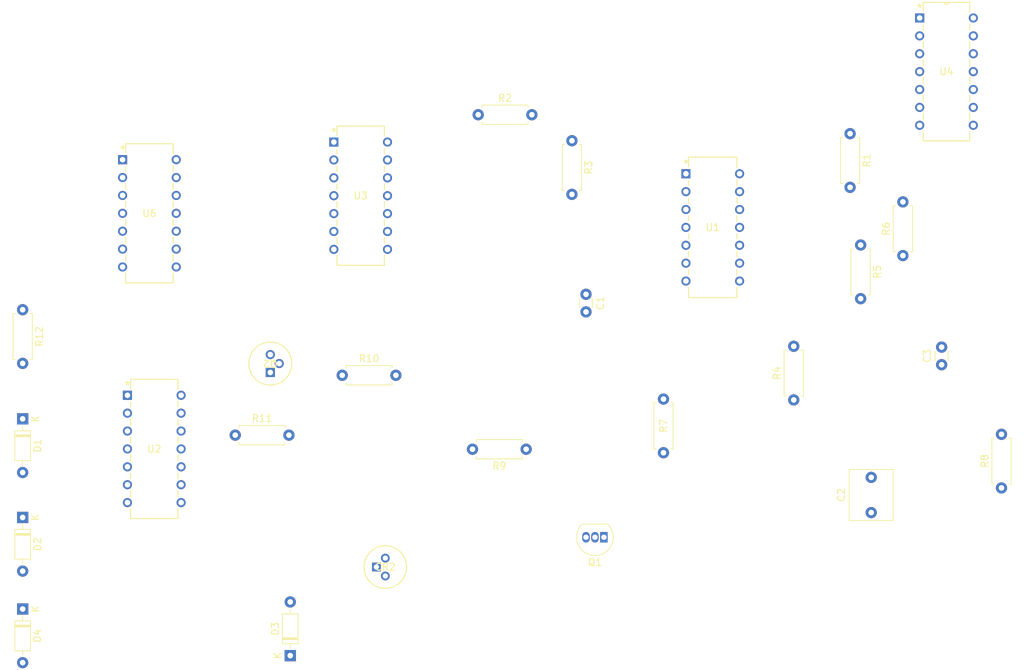
<source format=kicad_pcb>
(kicad_pcb (version 20240108) (generator "pcbnew") (generator_version "8.0")
  (layers (0 "F.Cu" signal) (31 "B.Cu" signal) (34 "B.Paste" user) (35 "F.Paste" user) (36 "B.SilkS" user "B.Silkscreen") (37 "F.SilkS" user "F.Silkscreen") (38 "B.Mask" user) (39 "F.Mask" user) (44 "Edge.Cuts" user))
  (net 0 "")
  (net 1 "Net-(D1-K)")
  (net 2 "Net-(D1-A)")
  (net 3 "+5V")
  (net 4 "Net-(D3-A)")
  (net 5 "Net-(D3-K)")
  (net 6 "Earth")
  (net 8 "Net-(Q2-C)")
  (net 9 "Net-(CR2-Pad3)")
  (net 10 "Net-(Q2-E)")
  (net 11 "Net-(U2-2Y)")
  (net 12 "Net-(U2-1Y)")
  (net 13 "AC")
  (net 14 "Net-(U2-4Y)")
  (net 15 "Net-(U3-2CP)")
  (net 16 "Net-(U2-1A)")
  (net 17 "Net-(U2-3Y)")
  (net 18 "Net-(U2-1B)")
  (net 19 "Net-(U6-1Q*)")
  (net 22 "Net-(Q1-D)")
  (net 23 "Net-(U1-1IN+)")
  (net 25 "Net-(U1-2IN+)")
  (net 26 "Net-(U1-3IN-)")
  (net 29 "Net-(U1-1OUT)")
  (net 30 "Net-(U1-1IN-)")
  (net 31 "Net-(U1-2IN-)")
  (net 32 "Net-(U3-1CP)")
  (net 33 "Net-(U3-2D)")
  (net 34 "Net-(U3-1D)")
  (net 35 "Net-(U3-1Q)")
  (net 37 "Net-(C2-Pad1)")
  (footprint "HCT74:SOT27-1_NEX" (layer "F.Cu") (at 81.38 80.34)
    (property "Reference" "U2" (at 3.81 7.62 0) (layer "F.SilkS"))
    (property "Value" "74HC00N")
    (fp_line (start 0.4445 -2.2606) (end 0.4445 -0.98044) (stroke (width 0.1524)) (layer "F.SilkS"))
    (fp_line (start 0.4445 0.98044) (end 0.4445 1.666111) (stroke (width 0.1524)) (layer "F.SilkS"))
    (fp_line (start 0.4445 3.413889) (end 0.4445 4.206111) (stroke (width 0.1524)) (layer "F.SilkS"))
    (fp_line (start 0.4445 5.953889) (end 0.4445 6.746111) (stroke (width 0.1524)) (layer "F.SilkS"))
    (fp_line (start 0.4445 8.493889) (end 0.4445 9.286111) (stroke (width 0.1524)) (layer "F.SilkS"))
    (fp_line (start 0.4445 11.033889) (end 0.4445 11.826111) (stroke (width 0.1524)) (layer "F.SilkS"))
    (fp_line (start 0.4445 13.573889) (end 0.4445 14.366111) (stroke (width 0.1524)) (layer "F.SilkS"))
    (fp_line (start 0.4445 16.113889) (end 0.4445 17.5006) (stroke (width 0.1524)) (layer "F.SilkS"))
    (fp_line (start 0.4445 17.5006) (end 7.1755 17.5006) (stroke (width 0.1524)) (layer "F.SilkS"))
    (fp_line (start 7.1755 -2.2606) (end 0.4445 -2.2606) (stroke (width 0.1524)) (layer "F.SilkS"))
    (fp_line (start 7.1755 -0.873889) (end 7.1755 -2.2606) (stroke (width 0.1524)) (layer "F.SilkS"))
    (fp_line (start 7.1755 1.666111) (end 7.1755 0.873889) (stroke (width 0.1524)) (layer "F.SilkS"))
    (fp_line (start 7.1755 4.206111) (end 7.1755 3.413889) (stroke (width 0.1524)) (layer "F.SilkS"))
    (fp_line (start 7.1755 6.746111) (end 7.1755 5.953889) (stroke (width 0.1524)) (layer "F.SilkS"))
    (fp_line (start 7.1755 9.286111) (end 7.1755 8.493889) (stroke (width 0.1524)) (layer "F.SilkS"))
    (fp_line (start 7.1755 11.826111) (end 7.1755 11.033889) (stroke (width 0.1524)) (layer "F.SilkS"))
    (fp_line (start 7.1755 14.366111) (end 7.1755 13.573889) (stroke (width 0.1524)) (layer "F.SilkS"))
    (fp_line (start 7.1755 17.5006) (end 7.1755 16.113889) (stroke (width 0.1524)) (layer "F.SilkS"))
    (fp_text user "*" (at 0 -1.4097 0) (layer "F.SilkS"))
    (fp_text user "*" (at 0 -1.4097 0) (layer "F.SilkS"))
    (pad "1" thru_hole rect (at 0 0) (size 1.2954 1.2954) (drill 0.7874) (layers "*.Cu" "*.Mask") (net 16 "Net-(U2-1A)"))
    (pad "2" thru_hole circle (at 0 2.54) (size 1.2954 1.2954) (drill 0.7874) (layers "*.Cu" "*.Mask") (net 18 "Net-(U2-1B)"))
    (pad "3" thru_hole circle (at 0 5.08) (size 1.2954 1.2954) (drill 0.7874) (layers "*.Cu" "*.Mask") (net 12 "Net-(U2-1Y)"))
    (pad "4" thru_hole circle (at 0 7.62) (size 1.2954 1.2954) (drill 0.7874) (layers "*.Cu" "*.Mask") (net 12 "Net-(U2-1Y)"))
    (pad "5" thru_hole circle (at 0 10.16) (size 1.2954 1.2954) (drill 0.7874) (layers "*.Cu" "*.Mask") (net 12 "Net-(U2-1Y)"))
    (pad "6" thru_hole circle (at 0 12.7) (size 1.2954 1.2954) (drill 0.7874) (layers "*.Cu" "*.Mask") (net 11 "Net-(U2-2Y)"))
    (pad "7" thru_hole circle (at 0 15.24) (size 1.2954 1.2954) (drill 0.7874) (layers "*.Cu" "*.Mask") (net 6 "Earth"))
    (pad "8" thru_hole circle (at 7.62 15.24) (size 1.2954 1.2954) (drill 0.7874) (layers "*.Cu" "*.Mask") (net 17 "Net-(U2-3Y)"))
    (pad "9" thru_hole circle (at 7.62 12.7) (size 1.2954 1.2954) (drill 0.7874) (layers "*.Cu" "*.Mask") (net 11 "Net-(U2-2Y)"))
    (pad "10" thru_hole circle (at 7.62 10.16) (size 1.2954 1.2954) (drill 0.7874) (layers "*.Cu" "*.Mask") (net 11 "Net-(U2-2Y)"))
    (pad "11" thru_hole circle (at 7.62 7.62) (size 1.2954 1.2954) (drill 0.7874) (layers "*.Cu" "*.Mask") (net 14 "Net-(U2-4Y)"))
    (pad "12" thru_hole circle (at 7.62 5.08) (size 1.2954 1.2954) (drill 0.7874) (layers "*.Cu" "*.Mask") (net 13 "AC"))
    (pad "13" thru_hole circle (at 7.62 2.54) (size 1.2954 1.2954) (drill 0.7874) (layers "*.Cu" "*.Mask") (net 13 "AC"))
    (pad "14" thru_hole circle (at 7.62 0) (size 1.2954 1.2954) (drill 0.7874) (layers "*.Cu" "*.Mask") (net 3 "+5V"))
  )
  (footprint "Capacitor_THT:C_Rect_L7.0mm_W6.0mm_P5.00mm" (layer "F.Cu") (at 187 97 90)
    (property "Reference" "C2" (at 2.5 -4.25 90) (layer "F.SilkS"))
    (property "Value" "470n")
    (fp_line (start 6.12 -3.12) (end 6.12 3.12) (stroke (width 0.12)) (layer "F.SilkS"))
    (fp_line (start -1.12 -3.12) (end 6.12 -3.12) (stroke (width 0.12)) (layer "F.SilkS"))
    (fp_line (start -1.12 -3.12) (end -1.12 3.12) (stroke (width 0.12)) (layer "F.SilkS"))
    (fp_line (start -1.12 3.12) (end 6.12 3.12) (stroke (width 0.12)) (layer "F.SilkS"))
    (pad "1" thru_hole circle (at 0 0 90) (size 1.6 1.6) (drill 0.8) (layers "*.Cu" "*.Mask") (net 37 "Net-(C2-Pad1)"))
    (pad "2" thru_hole circle (at 5 0 90) (size 1.6 1.6) (drill 0.8) (layers "*.Cu" "*.Mask") (net 6 "Earth"))
  )
  (footprint "Package_TO_SOT_THT:TO-92_Inline" (layer "F.Cu") (at 149.04 100.5 180)
    (property "Reference" "Q1" (at 1.27 -3.56 0) (layer "F.SilkS"))
    (property "Value" "BS170")
    (fp_line (start -0.53 1.85) (end 3.07 1.85) (stroke (width 0.12)) (layer "F.SilkS"))
    (fp_arc (start 1.27 -2.6) (mid 3.672087 -0.994977) (end 3.108478 1.838478) (stroke (width 0.12)) (layer "F.SilkS"))
    (fp_arc (start -0.568478 1.838478) (mid -1.132087 -0.994977) (end 1.27 -2.6) (stroke (width 0.12)) (layer "F.SilkS"))
    (pad "1" thru_hole rect (at 0 0 180) (size 1.05 1.5) (drill 0.75) (layers "*.Cu" "*.Mask") (net 22 "Net-(Q1-D)"))
    (pad "2" thru_hole oval (at 1.27 0 180) (size 1.05 1.5) (drill 0.75) (layers "*.Cu" "*.Mask"))
    (pad "3" thru_hole oval (at 2.54 0 180) (size 1.05 1.5) (drill 0.75) (layers "*.Cu" "*.Mask") (net 6 "Earth"))
  )
  (footprint "Diode_THT:D_DO-35_SOD27_P7.62mm_Horizontal" (layer "F.Cu") (at 66.5 110.69 -90)
    (property "Reference" "D4" (at 3.81 -2.12 90) (layer "F.SilkS"))
    (property "Value" "1N4148")
    (fp_line (start 1.69 1.12) (end 5.93 1.12) (stroke (width 0.12)) (layer "F.SilkS"))
    (fp_line (start 5.93 1.12) (end 5.93 -1.12) (stroke (width 0.12)) (layer "F.SilkS"))
    (fp_line (start 1.04 0) (end 1.69 0) (stroke (width 0.12)) (layer "F.SilkS"))
    (fp_line (start 6.58 0) (end 5.93 0) (stroke (width 0.12)) (layer "F.SilkS"))
    (fp_line (start 1.69 -1.12) (end 1.69 1.12) (stroke (width 0.12)) (layer "F.SilkS"))
    (fp_line (start 2.29 -1.12) (end 2.29 1.12) (stroke (width 0.12)) (layer "F.SilkS"))
    (fp_line (start 2.41 -1.12) (end 2.41 1.12) (stroke (width 0.12)) (layer "F.SilkS"))
    (fp_line (start 2.53 -1.12) (end 2.53 1.12) (stroke (width 0.12)) (layer "F.SilkS"))
    (fp_line (start 5.93 -1.12) (end 1.69 -1.12) (stroke (width 0.12)) (layer "F.SilkS"))
    (fp_text user "K" (at 0 -1.8 90) (layer "F.SilkS"))
    (pad "1" thru_hole rect (at 0 0 270) (size 1.6 1.6) (drill 0.8) (layers "*.Cu" "*.Mask") (net 6 "Earth"))
    (pad "2" thru_hole oval (at 7.62 0 270) (size 1.6 1.6) (drill 0.8) (layers "*.Cu" "*.Mask") (net 5 "Net-(D3-K)"))
  )
  (footprint "Resistor_THT:R_Axial_DIN0207_L6.3mm_D2.5mm_P7.62mm_Horizontal" (layer "F.Cu") (at 176 81 90)
    (property "Reference" "R4" (at 3.81 -2.37 90) (layer "F.SilkS"))
    (property "Value" "56k")
    (fp_line (start 7.08 -1.37) (end 7.08 -1.04) (stroke (width 0.12)) (layer "F.SilkS"))
    (fp_line (start 0.54 -1.37) (end 7.08 -1.37) (stroke (width 0.12)) (layer "F.SilkS"))
    (fp_line (start 0.54 -1.04) (end 0.54 -1.37) (stroke (width 0.12)) (layer "F.SilkS"))
    (fp_line (start 0.54 1.04) (end 0.54 1.37) (stroke (width 0.12)) (layer "F.SilkS"))
    (fp_line (start 7.08 1.37) (end 7.08 1.04) (stroke (width 0.12)) (layer "F.SilkS"))
    (fp_line (start 0.54 1.37) (end 7.08 1.37) (stroke (width 0.12)) (layer "F.SilkS"))
    (pad "1" thru_hole circle (at 0 0 90) (size 1.6 1.6) (drill 0.8) (layers "*.Cu" "*.Mask") (net 31 "Net-(U1-2IN-)"))
    (pad "2" thru_hole oval (at 7.62 0 90) (size 1.6 1.6) (drill 0.8) (layers "*.Cu" "*.Mask") (net 26 "Net-(U1-3IN-)"))
  )
  (footprint "Resistor_THT:R_Axial_DIN0207_L6.3mm_D2.5mm_P7.62mm_Horizontal" (layer "F.Cu") (at 66.5 68.19 -90)
    (property "Reference" "R12" (at 3.81 -2.37 90) (layer "F.SilkS"))
    (property "Value" "47k")
    (fp_line (start 0.54 1.37) (end 7.08 1.37) (stroke (width 0.12)) (layer "F.SilkS"))
    (fp_line (start 7.08 1.37) (end 7.08 1.04) (stroke (width 0.12)) (layer "F.SilkS"))
    (fp_line (start 0.54 1.04) (end 0.54 1.37) (stroke (width 0.12)) (layer "F.SilkS"))
    (fp_line (start 0.54 -1.04) (end 0.54 -1.37) (stroke (width 0.12)) (layer "F.SilkS"))
    (fp_line (start 0.54 -1.37) (end 7.08 -1.37) (stroke (width 0.12)) (layer "F.SilkS"))
    (fp_line (start 7.08 -1.37) (end 7.08 -1.04) (stroke (width 0.12)) (layer "F.SilkS"))
    (pad "1" thru_hole circle (at 0 0 270) (size 1.6 1.6) (drill 0.8) (layers "*.Cu" "*.Mask") (net 19 "Net-(U6-1Q*)"))
    (pad "2" thru_hole oval (at 7.62 0 270) (size 1.6 1.6) (drill 0.8) (layers "*.Cu" "*.Mask") (net 1 "Net-(D1-K)"))
  )
  (footprint "Diode_THT:D_DO-35_SOD27_P7.62mm_Horizontal" (layer "F.Cu") (at 66.5 83.69 -90)
    (property "Reference" "D1" (at 3.81 -2.12 90) (layer "F.SilkS"))
    (property "Value" "1N4148")
    (fp_line (start 1.69 1.12) (end 5.93 1.12) (stroke (width 0.12)) (layer "F.SilkS"))
    (fp_line (start 5.93 1.12) (end 5.93 -1.12) (stroke (width 0.12)) (layer "F.SilkS"))
    (fp_line (start 1.04 0) (end 1.69 0) (stroke (width 0.12)) (layer "F.SilkS"))
    (fp_line (start 6.58 0) (end 5.93 0) (stroke (width 0.12)) (layer "F.SilkS"))
    (fp_line (start 1.69 -1.12) (end 1.69 1.12) (stroke (width 0.12)) (layer "F.SilkS"))
    (fp_line (start 2.29 -1.12) (end 2.29 1.12) (stroke (width 0.12)) (layer "F.SilkS"))
    (fp_line (start 2.41 -1.12) (end 2.41 1.12) (stroke (width 0.12)) (layer "F.SilkS"))
    (fp_line (start 2.53 -1.12) (end 2.53 1.12) (stroke (width 0.12)) (layer "F.SilkS"))
    (fp_line (start 5.93 -1.12) (end 1.69 -1.12) (stroke (width 0.12)) (layer "F.SilkS"))
    (fp_text user "K" (at 0 -1.8 90) (layer "F.SilkS"))
    (pad "1" thru_hole rect (at 0 0 270) (size 1.6 1.6) (drill 0.8) (layers "*.Cu" "*.Mask") (net 1 "Net-(D1-K)"))
    (pad "2" thru_hole oval (at 7.62 0 270) (size 1.6 1.6) (drill 0.8) (layers "*.Cu" "*.Mask") (net 2 "Net-(D1-A)"))
  )
  (footprint "Resistor_THT:R_Axial_DIN0207_L6.3mm_D2.5mm_P7.62mm_Horizontal" (layer "F.Cu") (at 138 88 180)
    (property "Reference" "R9" (at 3.81 -2.37 0) (layer "F.SilkS"))
    (property "Value" "33k")
    (fp_line (start 7.08 1.37) (end 7.08 1.04) (stroke (width 0.12)) (layer "F.SilkS"))
    (fp_line (start 7.08 -1.37) (end 7.08 -1.04) (stroke (width 0.12)) (layer "F.SilkS"))
    (fp_line (start 0.54 1.37) (end 7.08 1.37) (stroke (width 0.12)) (layer "F.SilkS"))
    (fp_line (start 0.54 1.04) (end 0.54 1.37) (stroke (width 0.12)) (layer "F.SilkS"))
    (fp_line (start 0.54 -1.04) (end 0.54 -1.37) (stroke (width 0.12)) (layer "F.SilkS"))
    (fp_line (start 0.54 -1.37) (end 7.08 -1.37) (stroke (width 0.12)) (layer "F.SilkS"))
    (pad "1" thru_hole circle (at 0 0 180) (size 1.6 1.6) (drill 0.8) (layers "*.Cu" "*.Mask") (net 6 "Earth"))
    (pad "2" thru_hole oval (at 7.62 0 180) (size 1.6 1.6) (drill 0.8) (layers "*.Cu" "*.Mask") (net 9 "Net-(CR2-Pad3)"))
  )
  (footprint "Resistor_THT:R_Axial_DIN0207_L6.3mm_D2.5mm_P7.62mm_Horizontal" (layer "F.Cu") (at 111.88 77.5)
    (property "Reference" "R10" (at 3.81 -2.37 0) (layer "F.SilkS"))
    (property "Value" "33k")
    (fp_line (start 0.54 -1.37) (end 7.08 -1.37) (stroke (width 0.12)) (layer "F.SilkS"))
    (fp_line (start 0.54 -1.04) (end 0.54 -1.37) (stroke (width 0.12)) (layer "F.SilkS"))
    (fp_line (start 0.54 1.04) (end 0.54 1.37) (stroke (width 0.12)) (layer "F.SilkS"))
    (fp_line (start 0.54 1.37) (end 7.08 1.37) (stroke (width 0.12)) (layer "F.SilkS"))
    (fp_line (start 7.08 -1.37) (end 7.08 -1.04) (stroke (width 0.12)) (layer "F.SilkS"))
    (fp_line (start 7.08 1.37) (end 7.08 1.04) (stroke (width 0.12)) (layer "F.SilkS"))
    (pad "1" thru_hole circle (at 0 0) (size 1.6 1.6) (drill 0.8) (layers "*.Cu" "*.Mask") (net 10 "Net-(Q2-E)"))
    (pad "2" thru_hole oval (at 7.62 0) (size 1.6 1.6) (drill 0.8) (layers "*.Cu" "*.Mask") (net 3 "+5V"))
  )
  (footprint "Resistor_THT:R_Axial_DIN0207_L6.3mm_D2.5mm_P7.62mm_Horizontal" (layer "F.Cu") (at 131.19 40.5)
    (property "Reference" "R2" (at 3.81 -2.37 0) (layer "F.SilkS"))
    (property "Value" "100k")
    (fp_line (start 0.54 -1.37) (end 7.08 -1.37) (stroke (width 0.12)) (layer "F.SilkS"))
    (fp_line (start 0.54 -1.04) (end 0.54 -1.37) (stroke (width 0.12)) (layer "F.SilkS"))
    (fp_line (start 0.54 1.04) (end 0.54 1.37) (stroke (width 0.12)) (layer "F.SilkS"))
    (fp_line (start 0.54 1.37) (end 7.08 1.37) (stroke (width 0.12)) (layer "F.SilkS"))
    (fp_line (start 7.08 -1.37) (end 7.08 -1.04) (stroke (width 0.12)) (layer "F.SilkS"))
    (fp_line (start 7.08 1.37) (end 7.08 1.04) (stroke (width 0.12)) (layer "F.SilkS"))
    (pad "1" thru_hole circle (at 0 0) (size 1.6 1.6) (drill 0.8) (layers "*.Cu" "*.Mask") (net 3 "+5V"))
    (pad "2" thru_hole oval (at 7.62 0) (size 1.6 1.6) (drill 0.8) (layers "*.Cu" "*.Mask") (net 23 "Net-(U1-1IN+)"))
  )
  (footprint "PNP 2N2907:TO-18TO-206AA_MCH" (layer "F.Cu") (at 101.668382 77.101618 180)
    (property "Reference" "Q2" (at 0 1.27 180) (layer "F.SilkS"))
    (property "Value" "JANTX2N2907A")
    (fp_circle (center 0 1.27) (end 3.048 1.27) (stroke (width 0.1524)) (fill none) (layer "F.SilkS"))
    (pad "1" thru_hole rect (at 0 0 180) (size 1.2954 1.2954) (drill 0.7874) (layers "*.Cu" "*.Mask") (net 10 "Net-(Q2-E)"))
    (pad "2" thru_hole circle (at -1.27 1.27 180) (size 1.2954 1.2954) (drill 0.7874) (layers "*.Cu" "*.Mask") (net 1 "Net-(D1-K)"))
    (pad "3" thru_hole circle (at 0 2.54 180) (size 1.2954 1.2954) (drill 0.7874) (layers "*.Cu" "*.Mask") (net 8 "Net-(Q2-C)"))
  )
  (footprint "Diode_THT:D_DO-35_SOD27_P7.62mm_Horizontal" (layer "F.Cu") (at 104.5 117.31 90)
    (property "Reference" "D3" (at 3.81 -2.12 90) (layer "F.SilkS"))
    (property "Value" "1N4148")
    (fp_line (start 5.93 -1.12) (end 1.69 -1.12) (stroke (width 0.12)) (layer "F.SilkS"))
    (fp_line (start 2.53 -1.12) (end 2.53 1.12) (stroke (width 0.12)) (layer "F.SilkS"))
    (fp_line (start 2.41 -1.12) (end 2.41 1.12) (stroke (width 0.12)) (layer "F.SilkS"))
    (fp_line (start 2.29 -1.12) (end 2.29 1.12) (stroke (width 0.12)) (layer "F.SilkS"))
    (fp_line (start 1.69 -1.12) (end 1.69 1.12) (stroke (width 0.12)) (layer "F.SilkS"))
    (fp_line (start 6.58 0) (end 5.93 0) (stroke (width 0.12)) (layer "F.SilkS"))
    (fp_line (start 1.04 0) (end 1.69 0) (stroke (width 0.12)) (layer "F.SilkS"))
    (fp_line (start 5.93 1.12) (end 5.93 -1.12) (stroke (width 0.12)) (layer "F.SilkS"))
    (fp_line (start 1.69 1.12) (end 5.93 1.12) (stroke (width 0.12)) (layer "F.SilkS"))
    (fp_text user "K" (at 0 -1.8 90) (layer "F.SilkS"))
    (pad "1" thru_hole rect (at 0 0 90) (size 1.6 1.6) (drill 0.8) (layers "*.Cu" "*.Mask") (net 5 "Net-(D3-K)"))
    (pad "2" thru_hole oval (at 7.62 0 90) (size 1.6 1.6) (drill 0.8) (layers "*.Cu" "*.Mask") (net 4 "Net-(D3-A)"))
  )
  (footprint "Resistor_THT:R_Axial_DIN0207_L6.3mm_D2.5mm_P7.62mm_Horizontal" (layer "F.Cu") (at 185.5 59 -90)
    (property "Reference" "R5" (at 3.81 -2.37 90) (layer "F.SilkS"))
    (property "Value" "27k")
    (fp_line (start 0.54 1.37) (end 7.08 1.37) (stroke (width 0.12)) (layer "F.SilkS"))
    (fp_line (start 7.08 1.37) (end 7.08 1.04) (stroke (width 0.12)) (layer "F.SilkS"))
    (fp_line (start 0.54 1.04) (end 0.54 1.37) (stroke (width 0.12)) (layer "F.SilkS"))
    (fp_line (start 0.54 -1.04) (end 0.54 -1.37) (stroke (width 0.12)) (layer "F.SilkS"))
    (fp_line (start 0.54 -1.37) (end 7.08 -1.37) (stroke (width 0.12)) (layer "F.SilkS"))
    (fp_line (start 7.08 -1.37) (end 7.08 -1.04) (stroke (width 0.12)) (layer "F.SilkS"))
    (pad "1" thru_hole circle (at 0 0 270) (size 1.6 1.6) (drill 0.8) (layers "*.Cu" "*.Mask") (net 25 "Net-(U1-2IN+)"))
    (pad "2" thru_hole oval (at 7.62 0 270) (size 1.6 1.6) (drill 0.8) (layers "*.Cu" "*.Mask") (net 26 "Net-(U1-3IN-)"))
  )
  (footprint "Resistor_THT:R_Axial_DIN0207_L6.3mm_D2.5mm_P7.62mm_Horizontal" (layer "F.Cu") (at 205.5 93.5 90)
    (property "Reference" "R8" (at 3.81 -2.37 90) (layer "F.SilkS"))
    (property "Value" "33k")
    (fp_line (start 7.08 -1.37) (end 7.08 -1.04) (stroke (width 0.12)) (layer "F.SilkS"))
    (fp_line (start 0.54 -1.37) (end 7.08 -1.37) (stroke (width 0.12)) (layer "F.SilkS"))
    (fp_line (start 0.54 -1.04) (end 0.54 -1.37) (stroke (width 0.12)) (layer "F.SilkS"))
    (fp_line (start 0.54 1.04) (end 0.54 1.37) (stroke (width 0.12)) (layer "F.SilkS"))
    (fp_line (start 7.08 1.37) (end 7.08 1.04) (stroke (width 0.12)) (layer "F.SilkS"))
    (fp_line (start 0.54 1.37) (end 7.08 1.37) (stroke (width 0.12)) (layer "F.SilkS"))
    (pad "1" thru_hole circle (at 0 0 90) (size 1.6 1.6) (drill 0.8) (layers "*.Cu" "*.Mask") (net 37 "Net-(C2-Pad1)"))
    (pad "2" thru_hole oval (at 7.62 0 90) (size 1.6 1.6) (drill 0.8) (layers "*.Cu" "*.Mask") (net 8 "Net-(Q2-C)"))
  )
  (footprint "Resistor_THT:R_Axial_DIN0207_L6.3mm_D2.5mm_P7.62mm_Horizontal" (layer "F.Cu") (at 144.5 44.19 -90)
    (property "Reference" "R3" (at 3.81 -2.37 90) (layer "F.SilkS"))
    (property "Value" "100k")
    (fp_line (start 0.54 1.37) (end 7.08 1.37) (stroke (width 0.12)) (layer "F.SilkS"))
    (fp_line (start 7.08 1.37) (end 7.08 1.04) (stroke (width 0.12)) (layer "F.SilkS"))
    (fp_line (start 0.54 1.04) (end 0.54 1.37) (stroke (width 0.12)) (layer "F.SilkS"))
    (fp_line (start 0.54 -1.04) (end 0.54 -1.37) (stroke (width 0.12)) (layer "F.SilkS"))
    (fp_line (start 0.54 -1.37) (end 7.08 -1.37) (stroke (width 0.12)) (layer "F.SilkS"))
    (fp_line (start 7.08 -1.37) (end 7.08 -1.04) (stroke (width 0.12)) (layer "F.SilkS"))
    (pad "1" thru_hole circle (at 0 0 270) (size 1.6 1.6) (drill 0.8) (layers "*.Cu" "*.Mask") (net 29 "Net-(U1-1OUT)"))
    (pad "2" thru_hole oval (at 7.62 0 270) (size 1.6 1.6) (drill 0.8) (layers "*.Cu" "*.Mask") (net 23 "Net-(U1-1IN+)"))
  )
  (footprint "Diode_THT:D_DO-35_SOD27_P7.62mm_Horizontal" (layer "F.Cu") (at 66.5 97.69 -90)
    (property "Reference" "D2" (at 3.81 -2.12 90) (layer "F.SilkS"))
    (property "Value" "1N4148")
    (fp_line (start 1.69 1.12) (end 5.93 1.12) (stroke (width 0.12)) (layer "F.SilkS"))
    (fp_line (start 5.93 1.12) (end 5.93 -1.12) (stroke (width 0.12)) (layer "F.SilkS"))
    (fp_line (start 1.04 0) (end 1.69 0) (stroke (width 0.12)) (layer "F.SilkS"))
    (fp_line (start 6.58 0) (end 5.93 0) (stroke (width 0.12)) (layer "F.SilkS"))
    (fp_line (start 1.69 -1.12) (end 1.69 1.12) (stroke (width 0.12)) (layer "F.SilkS"))
    (fp_line (start 2.29 -1.12) (end 2.29 1.12) (stroke (width 0.12)) (layer "F.SilkS"))
    (fp_line (start 2.41 -1.12) (end 2.41 1.12) (stroke (width 0.12)) (layer "F.SilkS"))
    (fp_line (start 2.53 -1.12) (end 2.53 1.12) (stroke (width 0.12)) (layer "F.SilkS"))
    (fp_line (start 5.93 -1.12) (end 1.69 -1.12) (stroke (width 0.12)) (layer "F.SilkS"))
    (fp_text user "K" (at 0 -1.8 90) (layer "F.SilkS"))
    (pad "1" thru_hole rect (at 0 0 270) (size 1.6 1.6) (drill 0.8) (layers "*.Cu" "*.Mask") (net 2 "Net-(D1-A)"))
    (pad "2" thru_hole oval (at 7.62 0 270) (size 1.6 1.6) (drill 0.8) (layers "*.Cu" "*.Mask") (net 3 "+5V"))
  )
  (footprint "LM324:N14" (layer "F.Cu") (at 160.69 48.88)
    (property "Reference" "U1" (at 3.81 7.62 0) (layer "F.SilkS"))
    (property "Value" "LM324AN")
    (fp_line (start 0.381 -2.3495) (end 0.381 -0.98044) (stroke (width 0.1524)) (layer "F.SilkS"))
    (fp_line (start 0.381 0.98044) (end 0.381 1.636617) (stroke (width 0.1524)) (layer "F.SilkS"))
    (fp_line (start 0.381 3.443383) (end 0.381 4.176617) (stroke (width 0.1524)) (layer "F.SilkS"))
    (fp_line (start 0.381 5.983383) (end 0.381 6.716617) (stroke (width 0.1524)) (layer "F.SilkS"))
    (fp_line (start 0.381 8.523383) (end 0.381 9.256617) (stroke (width 0.1524)) (layer "F.SilkS"))
    (fp_line (start 0.381 11.063383) (end 0.381 11.796617) (stroke (width 0.1524)) (layer "F.SilkS"))
    (fp_line (start 0.381 13.603383) (end 0.381 14.336617) (stroke (width 0.1524)) (layer "F.SilkS"))
    (fp_line (start 0.381 16.143383) (end 0.381 17.5895) (stroke (width 0.1524)) (layer "F.SilkS"))
    (fp_line (start 0.381 17.5895) (end 7.239 17.5895) (stroke (width 0.1524)) (layer "F.SilkS"))
    (fp_line (start 7.239 -2.3495) (end 0.381 -2.3495) (stroke (width 0.1524)) (layer "F.SilkS"))
    (fp_line (start 7.239 -0.903383) (end 7.239 -2.3495) (stroke (width 0.1524)) (layer "F.SilkS"))
    (fp_line (start 7.239 1.636617) (end 7.239 0.903383) (stroke (width 0.1524)) (layer "F.SilkS"))
    (fp_line (start 7.239 4.176617) (end 7.239 3.443383) (stroke (width 0.1524)) (layer "F.SilkS"))
    (fp_line (start 7.239 6.716617) (end 7.239 5.983383) (stroke (width 0.1524)) (layer "F.SilkS"))
    (fp_line (start 7.239 9.256617) (end 7.239 8.523383) (stroke (width 0.1524)) (layer "F.SilkS"))
    (fp_line (start 7.239 11.796617) (end 7.239 11.063383) (stroke (width 0.1524)) (layer "F.SilkS"))
    (fp_line (start 7.239 14.336617) (end 7.239 13.603383) (stroke (width 0.1524)) (layer "F.SilkS"))
    (fp_line (start 7.239 17.5895) (end 7.239 16.143383) (stroke (width 0.1524)) (layer "F.SilkS"))
    (fp_text user "*" (at 0 -1.4097 0) (layer "F.SilkS"))
    (fp_text user "*" (at 0 -1.4097 0) (layer "F.SilkS"))
    (pad "1" thru_hole rect (at 0 0) (size 1.2954 1.2954) (drill 0.7874) (layers "*.Cu" "*.Mask") (net 29 "Net-(U1-1OUT)"))
    (pad "2" thru_hole circle (at 0 2.54) (size 1.2954 1.2954) (drill 0.7874) (layers "*.Cu" "*.Mask") (net 30 "Net-(U1-1IN-)"))
    (pad "3" thru_hole circle (at 0 5.08) (size 1.2954 1.2954) (drill 0.7874) (layers "*.Cu" "*.Mask") (net 23 "Net-(U1-1IN+)"))
    (pad "4" thru_hole circle (at 0 7.62) (size 1.2954 1.2954) (drill 0.7874) (layers "*.Cu" "*.Mask") (net 3 "+5V"))
    (pad "5" thru_hole circle (at 0 10.16) (size 1.2954 1.2954) (drill 0.7874) (layers "*.Cu" "*.Mask") (net 25 "Net-(U1-2IN+)"))
    (pad "6" thru_hole circle (at 0 12.7) (size 1.2954 1.2954) (drill 0.7874) (layers "*.Cu" "*.Mask") (net 31 "Net-(U1-2IN-)"))
    (pad "7" thru_hole circle (at 0 15.24) (size 1.2954 1.2954) (drill 0.7874) (layers "*.Cu" "*.Mask") (net 30 "Net-(U1-1IN-)"))
    (pad "8" thru_hole circle (at 7.62 15.24) (size 1.2954 1.2954) (drill 0.7874) (layers "*.Cu" "*.Mask") (net 26 "Net-(U1-3IN-)"))
    (pad "9" thru_hole circle (at 7.62 12.7) (size 1.2954 1.2954) (drill 0.7874) (layers "*.Cu" "*.Mask") (net 26 "Net-(U1-3IN-)"))
    (pad "10" thru_hole circle (at 7.62 10.16) (size 1.2954 1.2954) (drill 0.7874) (layers "*.Cu" "*.Mask") (net 8 "Net-(Q2-C)"))
    (pad "11" thru_hole circle (at 7.62 7.62) (size 1.2954 1.2954) (drill 0.7874) (layers "*.Cu" "*.Mask") (net 6 "Earth"))
    (pad "12" thru_hole circle (at 7.62 5.08) (size 1.2954 1.2954) (drill 0.7874) (layers "*.Cu" "*.Mask"))
    (pad "13" thru_hole circle (at 7.62 2.54) (size 1.2954 1.2954) (drill 0.7874) (layers "*.Cu" "*.Mask"))
    (pad "14" thru_hole circle (at 7.62 0) (size 1.2954 1.2954) (drill 0.7874) (layers "*.Cu" "*.Mask"))
  )
  (footprint "Resistor_THT:R_Axial_DIN0207_L6.3mm_D2.5mm_P7.62mm_Horizontal" (layer "F.Cu") (at 96.69 86)
    (property "Reference" "R11" (at 3.81 -2.37 0) (layer "F.SilkS"))
    (property "Value" "47k")
    (fp_line (start 0.54 -1.37) (end 7.08 -1.37) (stroke (width 0.12)) (layer "F.SilkS"))
    (fp_line (start 0.54 -1.04) (end 0.54 -1.37) (stroke (width 0.12)) (layer "F.SilkS"))
    (fp_line (start 0.54 1.04) (end 0.54 1.37) (stroke (width 0.12)) (layer "F.SilkS"))
    (fp_line (start 0.54 1.37) (end 7.08 1.37) (stroke (width 0.12)) (layer "F.SilkS"))
    (fp_line (start 7.08 -1.37) (end 7.08 -1.04) (stroke (width 0.12)) (layer "F.SilkS"))
    (fp_line (start 7.08 1.37) (end 7.08 1.04) (stroke (width 0.12)) (layer "F.SilkS"))
    (pad "1" thru_hole circle (at 0 0) (size 1.6 1.6) (drill 0.8) (layers "*.Cu" "*.Mask") (net 18 "Net-(U2-1B)"))
    (pad "2" thru_hole oval (at 7.62 0) (size 1.6 1.6) (drill 0.8) (layers "*.Cu" "*.Mask") (net 4 "Net-(D3-A)"))
  )
  (footprint "NPN 2N2222:TO-18_STM" (layer "F.Cu") (at 116.73 104.73)
    (property "Reference" "CR2" (at 1.27 0 0) (layer "F.SilkS"))
    (property "Value" "2N2222A")
    (fp_circle (center 1.27 0) (end 4.2926 0) (stroke (width 0.1524)) (fill none) (layer "F.SilkS"))
    (pad "1" thru_hole rect (at 0 0) (size 1.2446 1.2446) (drill 0.7366) (layers "*.Cu" "*.Mask") (net 4 "Net-(D3-A)"))
    (pad "2" thru_hole circle (at 1.27 1.27) (size 1.2446 1.2446) (drill 0.7366) (layers "*.Cu" "*.Mask") (net 8 "Net-(Q2-C)"))
    (pad "3" thru_hole circle (at 1.27 -1.27) (size 1.2446 1.2446) (drill 0.7366) (layers "*.Cu" "*.Mask") (net 9 "Net-(CR2-Pad3)"))
  )
  (footprint "HCT74:SOT27-1_NEX" (layer "F.Cu") (at 80.69 46.88)
    (property "Reference" "U6" (at 3.81 7.62 0) (layer "F.SilkS"))
    (property "Value" "74HCT74N")
    (fp_line (start 0.4445 -2.2606) (end 0.4445 -0.98044) (stroke (width 0.1524)) (layer "F.SilkS"))
    (fp_line (start 0.4445 0.98044) (end 0.4445 1.666111) (stroke (width 0.1524)) (layer "F.SilkS"))
    (fp_line (start 0.4445 3.413889) (end 0.4445 4.206111) (stroke (width 0.1524)) (layer "F.SilkS"))
    (fp_line (start 0.4445 5.953889) (end 0.4445 6.746111) (stroke (width 0.1524)) (layer "F.SilkS"))
    (fp_line (start 0.4445 8.493889) (end 0.4445 9.286111) (stroke (width 0.1524)) (layer "F.SilkS"))
    (fp_line (start 0.4445 11.033889) (end 0.4445 11.826111) (stroke (width 0.1524)) (layer "F.SilkS"))
    (fp_line (start 0.4445 13.573889) (end 0.4445 14.366111) (stroke (width 0.1524)) (layer "F.SilkS"))
    (fp_line (start 0.4445 16.113889) (end 0.4445 17.5006) (stroke (width 0.1524)) (layer "F.SilkS"))
    (fp_line (start 0.4445 17.5006) (end 7.1755 17.5006) (stroke (width 0.1524)) (layer "F.SilkS"))
    (fp_line (start 7.1755 -2.2606) (end 0.4445 -2.2606) (stroke (width 0.1524)) (layer "F.SilkS"))
    (fp_line (start 7.1755 -0.873889) (end 7.1755 -2.2606) (stroke (width 0.1524)) (layer "F.SilkS"))
    (fp_line (start 7.1755 1.666111) (end 7.1755 0.873889) (stroke (width 0.1524)) (layer "F.SilkS"))
    (fp_line (start 7.1755 4.206111) (end 7.1755 3.413889) (stroke (width 0.1524)) (layer "F.SilkS"))
    (fp_line (start 7.1755 6.746111) (end 7.1755 5.953889) (stroke (width 0.1524)) (layer "F.SilkS"))
    (fp_line (start 7.1755 9.286111) (end 7.1755 8.493889) (stroke (width 0.1524)) (layer "F.SilkS"))
    (fp_line (start 7.1755 11.826111) (end 7.1755 11.033889) (stroke (width 0.1524)) (layer "F.SilkS"))
    (fp_line (start 7.1755 14.366111) (end 7.1755 13.573889) (stroke (width 0.1524)) (layer "F.SilkS"))
    (fp_line (start 7.1755 17.5006) (end 7.1755 16.113889) (stroke (width 0.1524)) (layer "F.SilkS"))
    (fp_text user "*" (at 0 -1.4097 0) (layer "F.SilkS"))
    (fp_text user "*" (at 0 -1.4097 0) (layer "F.SilkS"))
    (pad "1" thru_hole rect (at 0 0) (size 1.2954 1.2954) (drill 0.7874) (layers "*.Cu" "*.Mask") (net 17 "Net-(U2-3Y)"))
    (pad "2" thru_hole circle (at 0 2.54) (size 1.2954 1.2954) (drill 0.7874) (layers "*.Cu" "*.Mask") (net 3 "+5V"))
    (pad "3" thru_hole circle (at 0 5.08) (size 1.2954 1.2954) (drill 0.7874) (layers "*.Cu" "*.Mask") (net 14 "Net-(U2-4Y)"))
    (pad "4" thru_hole circle (at 0 7.62) (size 1.2954 1.2954) (drill 0.7874) (layers "*.Cu" "*.Mask") (net 3 "+5V"))
    (pad "5" thru_hole circle (at 0 10.16) (size 1.2954 1.2954) (drill 0.7874) (layers "*.Cu" "*.Mask") (net 16 "Net-(U2-1A)"))
    (pad "6" thru_hole circle (at 0 12.7) (size 1.2954 1.2954) (drill 0.7874) (layers "*.Cu" "*.Mask") (net 19 "Net-(U6-1Q*)"))
    (pad "7" thru_hole circle (at 0 15.24) (size 1.2954 1.2954) (drill 0.7874) (layers "*.Cu" "*.Mask") (net 6 "Earth"))
    (pad "8" thru_hole circle (at 7.62 15.24) (size 1.2954 1.2954) (drill 0.7874) (layers "*.Cu" "*.Mask"))
    (pad "9" thru_hole circle (at 7.62 12.7) (size 1.2954 1.2954) (drill 0.7874) (layers "*.Cu" "*.Mask") (net 18 "Net-(U2-1B)"))
    (pad "10" thru_hole circle (at 7.62 10.16) (size 1.2954 1.2954) (drill 0.7874) (layers "*.Cu" "*.Mask") (net 3 "+5V"))
    (pad "11" thru_hole circle (at 7.62 7.62) (size 1.2954 1.2954) (drill 0.7874) (layers "*.Cu" "*.Mask") (net 35 "Net-(U3-1Q)"))
    (pad "12" thru_hole circle (at 7.62 5.08) (size 1.2954 1.2954) (drill 0.7874) (layers "*.Cu" "*.Mask") (net 3 "+5V"))
    (pad "13" thru_hole circle (at 7.62 2.54) (size 1.2954 1.2954) (drill 0.7874) (layers "*.Cu" "*.Mask") (net 17 "Net-(U2-3Y)"))
    (pad "14" thru_hole circle (at 7.62 0) (size 1.2954 1.2954) (drill 0.7874) (layers "*.Cu" "*.Mask") (net 3 "+5V"))
  )
  (footprint "Capacitor_THT:C_Disc_D3.0mm_W1.6mm_P2.50mm" (layer "F.Cu") (at 146.5 66 -90)
    (property "Reference" "C1" (at 1.25 -2.05 90) (layer "F.SilkS"))
    (property "Value" "1n")
    (fp_line (start 0.621 0.92) (end 1.879 0.92) (stroke (width 0.12)) (layer "F.SilkS"))
    (fp_line (start 0.621 -0.92) (end 1.879 -0.92) (stroke (width 0.12)) (layer "F.SilkS"))
    (pad "1" thru_hole circle (at 0 0 270) (size 1.6 1.6) (drill 0.8) (layers "*.Cu" "*.Mask") (net 31 "Net-(U1-2IN-)"))
    (pad "2" thru_hole circle (at 2.5 0 270) (size 1.6 1.6) (drill 0.8) (layers "*.Cu" "*.Mask") (net 30 "Net-(U1-1IN-)"))
  )
  (footprint "Resistor_THT:R_Axial_DIN0207_L6.3mm_D2.5mm_P7.62mm_Horizontal" (layer "F.Cu") (at 157.5 80.88 -90)
    (property "Reference" "R7" (at 3.81 0 90) (layer "F.SilkS"))
    (property "Value" "27k")
    (fp_line (start 0.54 1.37) (end 7.08 1.37) (stroke (width 0.12)) (layer "F.SilkS"))
    (fp_line (start 7.08 1.37) (end 7.08 1.04) (stroke (width 0.12)) (layer "F.SilkS"))
    (fp_line (start 0.54 1.04) (end 0.54 1.37) (stroke (width 0.12)) (layer "F.SilkS"))
    (fp_line (start 0.54 -1.04) (end 0.54 -1.37) (stroke (width 0.12)) (layer "F.SilkS"))
    (fp_line (start 0.54 -1.37) (end 7.08 -1.37) (stroke (width 0.12)) (layer "F.SilkS"))
    (fp_line (start 7.08 -1.37) (end 7.08 -1.04) (stroke (width 0.12)) (layer "F.SilkS"))
    (pad "1" thru_hole circle (at 0 0 270) (size 1.6 1.6) (drill 0.8) (layers "*.Cu" "*.Mask") (net 31 "Net-(U1-2IN-)"))
    (pad "2" thru_hole oval (at 7.62 0 270) (size 1.6 1.6) (drill 0.8) (layers "*.Cu" "*.Mask") (net 22 "Net-(Q1-D)"))
  )
  (footprint "Resistor_THT:R_Axial_DIN0207_L6.3mm_D2.5mm_P7.62mm_Horizontal" (layer "F.Cu") (at 184 43.19 -90)
    (property "Reference" "R1" (at 3.81 -2.37 90) (layer "F.SilkS"))
    (property "Value" "100k")
    (fp_line (start 0.54 1.37) (end 7.08 1.37) (stroke (width 0.12)) (layer "F.SilkS"))
    (fp_line (start 7.08 1.37) (end 7.08 1.04) (stroke (width 0.12)) (layer "F.SilkS"))
    (fp_line (start 0.54 1.04) (end 0.54 1.37) (stroke (width 0.12)) (layer "F.SilkS"))
    (fp_line (start 0.54 -1.04) (end 0.54 -1.37) (stroke (width 0.12)) (layer "F.SilkS"))
    (fp_line (start 0.54 -1.37) (end 7.08 -1.37) (stroke (width 0.12)) (layer "F.SilkS"))
    (fp_line (start 7.08 -1.37) (end 7.08 -1.04) (stroke (width 0.12)) (layer "F.SilkS"))
    (pad "1" thru_hole circle (at 0 0 270) (size 1.6 1.6) (drill 0.8) (layers "*.Cu" "*.Mask") (net 23 "Net-(U1-1IN+)"))
    (pad "2" thru_hole oval (at 7.62 0 270) (size 1.6 1.6) (drill 0.8) (layers "*.Cu" "*.Mask") (net 6 "Earth"))
  )
  (footprint "74HC14:N14" (layer "F.Cu") (at 201.5 42)
    (property "Reference" "U4" (at -3.81 -7.62 0) (layer "F.SilkS"))
    (property "Value" "SN74HC14N")
    (fp_line (start -7.112 -17.4625) (end -7.112 -16.22044) (stroke (width 0.1524)) (layer "F.SilkS"))
    (fp_line (start -7.112 -14.25956) (end -7.112 -13.538569) (stroke (width 0.1524)) (layer "F.SilkS"))
    (fp_line (start -7.112 -11.861431) (end -7.112 -10.998569) (stroke (width 0.1524)) (layer "F.SilkS"))
    (fp_line (start -7.112 -9.321431) (end -7.112 -8.458569) (stroke (width 0.1524)) (layer "F.SilkS"))
    (fp_line (start -7.112 -6.781431) (end -7.112 -5.918569) (stroke (width 0.1524)) (layer "F.SilkS"))
    (fp_line (start -7.112 -4.241431) (end -7.112 -3.378569) (stroke (width 0.1524)) (layer "F.SilkS"))
    (fp_line (start -7.112 -1.701431) (end -7.112 -0.838569) (stroke (width 0.1524)) (layer "F.SilkS"))
    (fp_line (start -7.112 0.838569) (end -7.112 2.2225) (stroke (width 0.1524)) (layer "F.SilkS"))
    (fp_line (start -7.112 2.2225) (end -0.508 2.2225) (stroke (width 0.1524)) (layer "F.SilkS"))
    (fp_line (start -0.508 -17.4625) (end -7.112 -17.4625) (stroke (width 0.1524)) (layer "F.SilkS"))
    (fp_line (start -0.508 -16.078569) (end -0.508 -17.4625) (stroke (width 0.1524)) (layer "F.SilkS"))
    (fp_line (start -0.508 -13.538569) (end -0.508 -14.401431) (stroke (width 0.1524)) (layer "F.SilkS"))
    (fp_line (start -0.508 -10.998569) (end -0.508 -11.861431) (stroke (width 0.1524)) (layer "F.SilkS"))
    (fp_line (start -0.508 -8.458569) (end -0.508 -9.321431) (stroke (width 0.1524)) (layer "F.SilkS"))
    (fp_line (start -0.508 -5.918569) (end -0.508 -6.781431) (stroke (width 0.1524)) (layer "F.SilkS"))
    (fp_line (start -0.508 -3.378569) (end -0.508 -4.241431) (stroke (width 0.1524)) (layer "F.SilkS"))
    (fp_line (start -0.508 -0.838569) (end -0.508 -1.701431) (stroke (width 0.1524)) (layer "F.SilkS"))
    (fp_line (start -0.508 2.2225) (end -0.508 0.838569) (stroke (width 0.1524)) (layer "F.SilkS"))
    (fp_arc (start -3.5052 -17.4625) (mid -3.81 -17.1577) (end -4.1148 -17.4625) (stroke (width 0.1524)) (layer "F.SilkS"))
    (fp_text user "*" (at -7.62 -16.6497 0) (layer "F.SilkS"))
    (fp_text user "*" (at -7.62 -16.6497 0) (layer "F.SilkS"))
    (pad "1" thru_hole rect (at -7.62 -15.24) (size 1.2954 1.2954) (drill 0.7874) (layers "*.Cu" "*.Mask") (net 29 "Net-(U1-1OUT)"))
    (pad "2" thru_hole circle (at -7.62 -12.7) (size 1.2954 1.2954) (drill 0.7874) (layers "*.Cu" "*.Mask") (net 15 "Net-(U3-2CP)"))
    (pad "3" thru_hole circle (at -7.62 -10.16) (size 1.2954 1.2954) (drill 0.7874) (layers "*.Cu" "*.Mask"))
    (pad "4" thru_hole circle (at -7.62 -7.62) (size 1.2954 1.2954) (drill 0.7874) (layers "*.Cu" "*.Mask"))
    (pad "5" thru_hole circle (at -7.62 -5.08) (size 1.2954 1.2954) (drill 0.7874) (layers "*.Cu" "*.Mask"))
    (pad "6" thru_hole circle (at -7.62 -2.54) (size 1.2954 1.2954) (drill 0.7874) (layers "*.Cu" "*.Mask"))
    (pad "7" thru_hole circle (at -7.62 0) (size 1.2954 1.2954) (drill 0.7874) (layers "*.Cu" "*.Mask") (net 6 "Earth"))
    (pad "8" thru_hole circle (at 0 0) (size 1.2954 1.2954) (drill 0.7874) (layers "*.Cu" "*.Mask"))
    (pad "9" thru_hole circle (at 0 -2.54) (size 1.2954 1.2954) (drill 0.7874) (layers "*.Cu" "*.Mask"))
    (pad "10" thru_hole circle (at 0 -5.08) (size 1.2954 1.2954) (drill 0.7874) (layers "*.Cu" "*.Mask"))
    (pad "11" thru_hole circle (at 0 -7.62) (size 1.2954 1.2954) (drill 0.7874) (layers "*.Cu" "*.Mask"))
    (pad "12" thru_hole circle (at 0 -10.16) (size 1.2954 1.2954) (drill 0.7874) (layers "*.Cu" "*.Mask"))
    (pad "13" thru_hole circle (at 0 -12.7) (size 1.2954 1.2954) (drill 0.7874) (layers "*.Cu" "*.Mask"))
    (pad "14" thru_hole circle (at 0 -15.24) (size 1.2954 1.2954) (drill 0.7874) (layers "*.Cu" "*.Mask") (net 3 "+5V"))
  )
  (footprint "HCT74:SOT27-1_NEX" (layer "F.Cu") (at 110.69 44.38)
    (property "Reference" "U3" (at 3.81 7.62 0) (layer "F.SilkS"))
    (property "Value" "74HCT74N")
    (fp_line (start 0.4445 -2.2606) (end 0.4445 -0.98044) (stroke (width 0.1524)) (layer "F.SilkS"))
    (fp_line (start 0.4445 0.98044) (end 0.4445 1.666111) (stroke (width 0.1524)) (layer "F.SilkS"))
    (fp_line (start 0.4445 3.413889) (end 0.4445 4.206111) (stroke (width 0.1524)) (layer "F.SilkS"))
    (fp_line (start 0.4445 5.953889) (end 0.4445 6.746111) (stroke (width 0.1524)) (layer "F.SilkS"))
    (fp_line (start 0.4445 8.493889) (end 0.4445 9.286111) (stroke (width 0.1524)) (layer "F.SilkS"))
    (fp_line (start 0.4445 11.033889) (end 0.4445 11.826111) (stroke (width 0.1524)) (layer "F.SilkS"))
    (fp_line (start 0.4445 13.573889) (end 0.4445 14.366111) (stroke (width 0.1524)) (layer "F.SilkS"))
    (fp_line (start 0.4445 16.113889) (end 0.4445 17.5006) (stroke (width 0.1524)) (layer "F.SilkS"))
    (fp_line (start 0.4445 17.5006) (end 7.1755 17.5006) (stroke (width 0.1524)) (layer "F.SilkS"))
    (fp_line (start 7.1755 -2.2606) (end 0.4445 -2.2606) (stroke (width 0.1524)) (layer "F.SilkS"))
    (fp_line (start 7.1755 -0.873889) (end 7.1755 -2.2606) (stroke (width 0.1524)) (layer "F.SilkS"))
    (fp_line (start 7.1755 1.666111) (end 7.1755 0.873889) (stroke (width 0.1524)) (layer "F.SilkS"))
    (fp_line (start 7.1755 4.206111) (end 7.1755 3.413889) (stroke (width 0.1524)) (layer "F.SilkS"))
    (fp_line (start 7.1755 6.746111) (end 7.1755 5.953889) (stroke (width 0.1524)) (layer "F.SilkS"))
    (fp_line (start 7.1755 9.286111) (end 7.1755 8.493889) (stroke (width 0.1524)) (layer "F.SilkS"))
    (fp_line (start 7.1755 11.826111) (end 7.1755 11.033889) (stroke (width 0.1524)) (layer "F.SilkS"))
    (fp_line (start 7.1755 14.366111) (end 7.1755 13.573889) (stroke (width 0.1524)) (layer "F.SilkS"))
    (fp_line (start 7.1755 17.5006) (end 7.1755 16.113889) (stroke (width 0.1524)) (layer "F.SilkS"))
    (fp_text user "*" (at 0 -1.4097 0) (layer "F.SilkS"))
    (fp_text user "*" (at 0 -1.4097 0) (layer "F.SilkS"))
    (pad "1" thru_hole rect (at 0 0) (size 1.2954 1.2954) (drill 0.7874) (layers "*.Cu" "*.Mask") (net 3 "+5V"))
    (pad "2" thru_hole circle (at 0 2.54) (size 1.2954 1.2954) (drill 0.7874) (layers "*.Cu" "*.Mask") (net 34 "Net-(U3-1D)"))
    (pad "3" thru_hole circle (at 0 5.08) (size 1.2954 1.2954) (drill 0.7874) (layers "*.Cu" "*.Mask") (net 32 "Net-(U3-1CP)"))
    (pad "4" thru_hole circle (at 0 7.62) (size 1.2954 1.2954) (drill 0.7874) (layers "*.Cu" "*.Mask") (net 3 "+5V"))
    (pad "5" thru_hole circle (at 0 10.16) (size 1.2954 1.2954) (drill 0.7874) (layers "*.Cu" "*.Mask") (net 35 "Net-(U3-1Q)"))
    (pad "6" thru_hole circle (at 0 12.7) (size 1.2954 1.2954) (drill 0.7874) (layers "*.Cu" "*.Mask") (net 34 "Net-(U3-1D)"))
    (pad "7" thru_hole circle (at 0 15.24) (size 1.2954 1.2954) (drill 0.7874) (layers "*.Cu" "*.Mask") (net 6 "Earth"))
    (pad "8" thru_hole circle (at 7.62 15.24) (size 1.2954 1.2954) (drill 0.7874) (layers "*.Cu" "*.Mask") (net 33 "Net-(U3-2D)"))
    (pad "9" thru_hole circle (at 7.62 12.7) (size 1.2954 1.2954) (drill 0.7874) (layers "*.Cu" "*.Mask") (net 32 "Net-(U3-1CP)"))
    (pad "10" thru_hole circle (at 7.62 10.16) (size 1.2954 1.2954) (drill 0.7874) (layers "*.Cu" "*.Mask") (net 3 "+5V"))
    (pad "11" thru_hole circle (at 7.62 7.62) (size 1.2954 1.2954) (drill 0.7874) (layers "*.Cu" "*.Mask") (net 15 "Net-(U3-2CP)"))
    (pad "12" thru_hole circle (at 7.62 5.08) (size 1.2954 1.2954) (drill 0.7874) (layers "*.Cu" "*.Mask") (net 33 "Net-(U3-2D)"))
    (pad "13" thru_hole circle (at 7.62 2.54) (size 1.2954 1.2954) (drill 0.7874) (layers "*.Cu" "*.Mask") (net 3 "+5V"))
    (pad "14" thru_hole circle (at 7.62 0) (size 1.2954 1.2954) (drill 0.7874) (layers "*.Cu" "*.Mask") (net 3 "+5V"))
  )
  (footprint "Resistor_THT:R_Axial_DIN0207_L6.3mm_D2.5mm_P7.62mm_Horizontal" (layer "F.Cu") (at 191.5 60.5 90)
    (property "Reference" "R6" (at 3.81 -2.37 90) (layer "F.SilkS"))
    (property "Value" "27k")
    (fp_line (start 7.08 -1.37) (end 7.08 -1.04) (stroke (width 0.12)) (layer "F.SilkS"))
    (fp_line (start 0.54 -1.37) (end 7.08 -1.37) (stroke (width 0.12)) (layer "F.SilkS"))
    (fp_line (start 0.54 -1.04) (end 0.54 -1.37) (stroke (width 0.12)) (layer "F.SilkS"))
    (fp_line (start 0.54 1.04) (end 0.54 1.37) (stroke (width 0.12)) (layer "F.SilkS"))
    (fp_line (start 7.08 1.37) (end 7.08 1.04) (stroke (width 0.12)) (layer "F.SilkS"))
    (fp_line (start 0.54 1.37) (end 7.08 1.37) (stroke (width 0.12)) (layer "F.SilkS"))
    (pad "1" thru_hole circle (at 0 0 90) (size 1.6 1.6) (drill 0.8) (layers "*.Cu" "*.Mask") (net 25 "Net-(U1-2IN+)"))
    (pad "2" thru_hole oval (at 7.62 0 90) (size 1.6 1.6) (drill 0.8) (layers "*.Cu" "*.Mask") (net 6 "Earth"))
  )
  (footprint "Capacitor_THT:C_Disc_D3.0mm_W1.6mm_P2.50mm" (layer "F.Cu") (at 197 76 90)
    (property "Reference" "C3" (at 1.25 -2.05 90) (layer "F.SilkS"))
    (property "Value" "47n")
    (fp_line (start 0.621 -0.92) (end 1.879 -0.92) (stroke (width 0.12)) (layer "F.SilkS"))
    (fp_line (start 0.621 0.92) (end 1.879 0.92) (stroke (width 0.12)) (layer "F.SilkS"))
    (pad "1" thru_hole circle (at 0 0 90) (size 1.6 1.6) (drill 0.8) (layers "*.Cu" "*.Mask") (net 8 "Net-(Q2-C)"))
    (pad "2" thru_hole circle (at 2.5 0 90) (size 1.6 1.6) (drill 0.8) (layers "*.Cu" "*.Mask") (net 6 "Earth"))
  )
)
</source>
